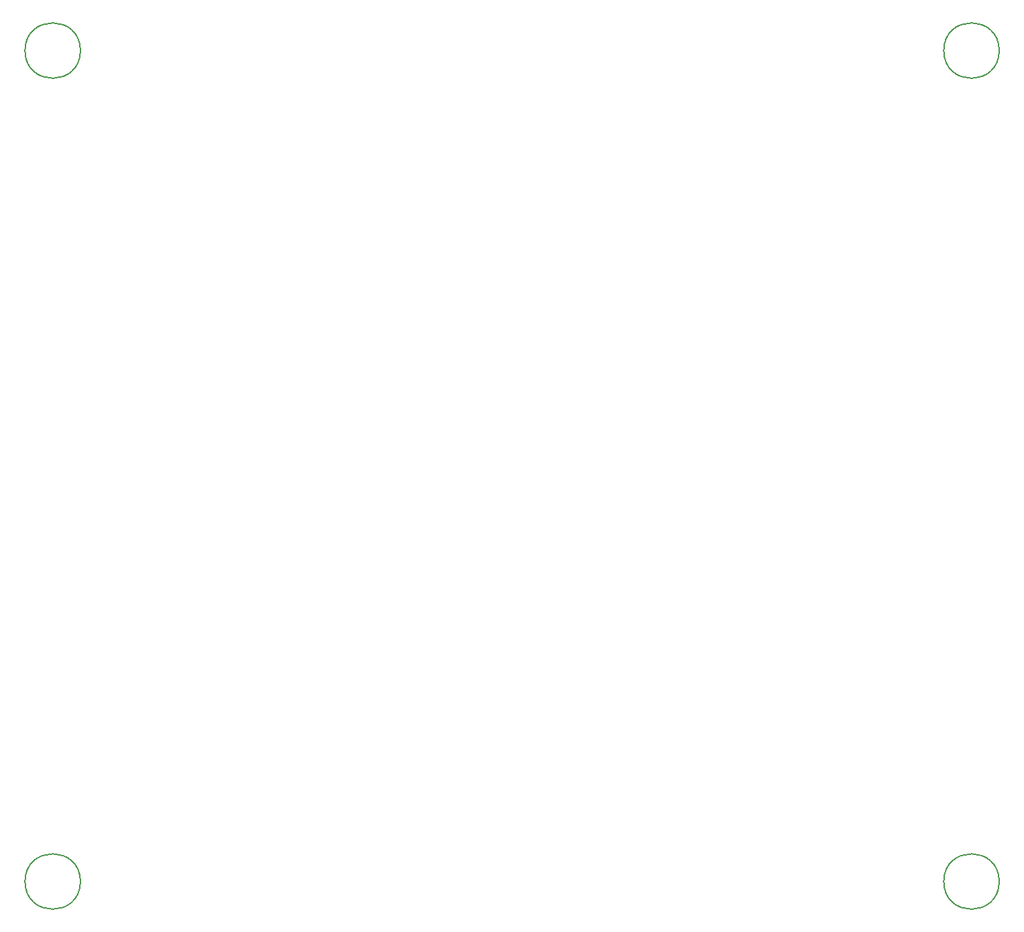
<source format=gbr>
%TF.GenerationSoftware,KiCad,Pcbnew,7.0.1*%
%TF.CreationDate,2023-09-10T19:31:46+01:00*%
%TF.ProjectId,Control_board,436f6e74-726f-46c5-9f62-6f6172642e6b,rev?*%
%TF.SameCoordinates,Original*%
%TF.FileFunction,Other,Comment*%
%FSLAX46Y46*%
G04 Gerber Fmt 4.6, Leading zero omitted, Abs format (unit mm)*
G04 Created by KiCad (PCBNEW 7.0.1) date 2023-09-10 19:31:46*
%MOMM*%
%LPD*%
G01*
G04 APERTURE LIST*
%ADD10C,0.150000*%
G04 APERTURE END LIST*
D10*
%TO.C,H4*%
X196500000Y-154000000D02*
G75*
G03*
X196500000Y-154000000I-3500000J0D01*
G01*
%TO.C,H3*%
X80500000Y-154000000D02*
G75*
G03*
X80500000Y-154000000I-3500000J0D01*
G01*
%TO.C,H2*%
X196500000Y-49000000D02*
G75*
G03*
X196500000Y-49000000I-3500000J0D01*
G01*
%TO.C,H1*%
X80500000Y-49000000D02*
G75*
G03*
X80500000Y-49000000I-3500000J0D01*
G01*
%TD*%
M02*

</source>
